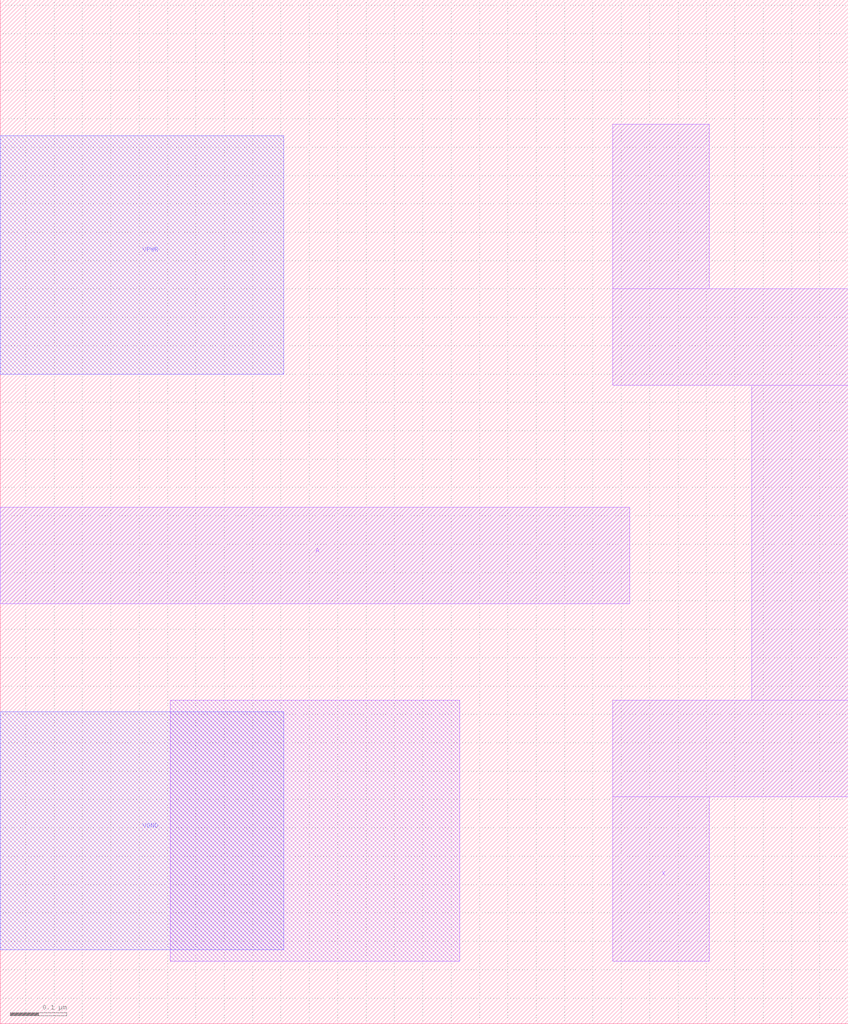
<source format=lef>
MACRO my_inverter
  CLASS BLOCK ;
  FOREIGN my_inverter ;
  ORIGIN 0.945 0.495 ;
  SIZE 1.495 BY 1.805 ;
  PIN A
    ANTENNAGATEAREA 0.126000 ;
    PORT
      LAYER li1 ;
        RECT -0.945 0.245 0.165 0.415 ;
    END
  END A
  PIN X
    ANTENNADIFFAREA 0.243600 ;
    PORT
      LAYER li1 ;
        RECT 0.135 0.800 0.305 1.090 ;
        RECT 0.135 0.630 0.550 0.800 ;
        RECT 0.380 0.075 0.550 0.630 ;
        RECT 0.135 -0.095 0.550 0.075 ;
        RECT 0.135 -0.385 0.305 -0.095 ;
    END
  END X
  PIN VGND
    USE GROUND ;
    PORT
      LAYER met1 ;
        RECT -0.945 -0.365 -0.445 0.055 ;
    END
  END VGND
  PIN VPWR
    USE POWER ;
    PORT
      LAYER met1 ;
        RECT -0.945 0.650 -0.445 1.070 ;
    END
  END VPWR
  OBS
      LAYER li1 ;
        RECT -0.645 -0.385 -0.135 0.075 ;
  END
END my_inverter
END LIBRARY


</source>
